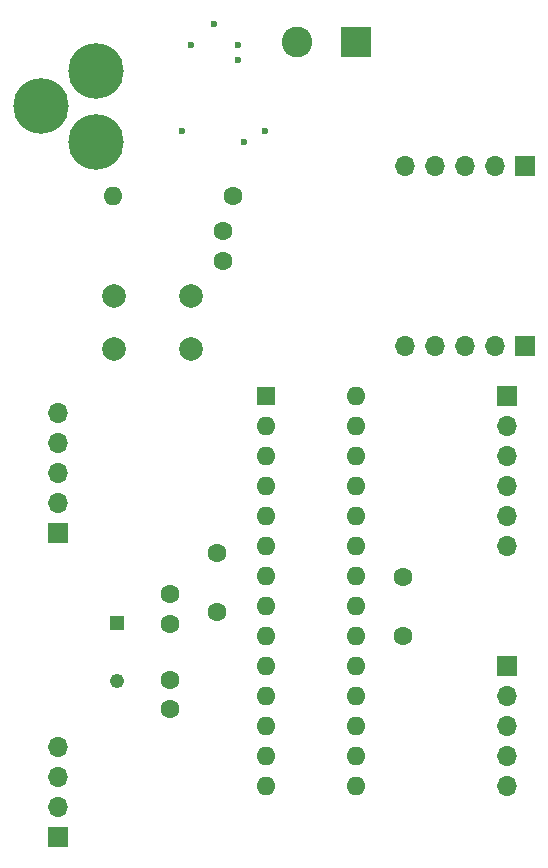
<source format=gbs>
G04 #@! TF.GenerationSoftware,KiCad,Pcbnew,8.0.4*
G04 #@! TF.CreationDate,2024-11-21T22:47:59-05:00*
G04 #@! TF.ProjectId,MCU_ATMEGA328p_minimum,4d43555f-4154-44d4-9547-41333238705f,rev?*
G04 #@! TF.SameCoordinates,Original*
G04 #@! TF.FileFunction,Soldermask,Bot*
G04 #@! TF.FilePolarity,Negative*
%FSLAX46Y46*%
G04 Gerber Fmt 4.6, Leading zero omitted, Abs format (unit mm)*
G04 Created by KiCad (PCBNEW 8.0.4) date 2024-11-21 22:47:59*
%MOMM*%
%LPD*%
G01*
G04 APERTURE LIST*
%ADD10R,1.700000X1.700000*%
%ADD11O,1.700000X1.700000*%
%ADD12C,4.704000*%
%ADD13C,1.600000*%
%ADD14R,2.600000X2.600000*%
%ADD15C,2.600000*%
%ADD16R,1.600000X1.600000*%
%ADD17O,1.600000X1.600000*%
%ADD18C,2.000000*%
%ADD19R,1.219200X1.219200*%
%ADD20C,1.219200*%
%ADD21C,0.600000*%
G04 APERTURE END LIST*
D10*
X120825000Y-53000000D03*
D11*
X118285000Y-53000000D03*
X115745000Y-53000000D03*
X113205000Y-53000000D03*
X110665000Y-53000000D03*
D12*
X84500000Y-50950000D03*
X84500000Y-44950000D03*
X79800000Y-47950000D03*
D10*
X120825000Y-68250000D03*
D11*
X118285000Y-68250000D03*
X115745000Y-68250000D03*
X113205000Y-68250000D03*
X110665000Y-68250000D03*
D13*
X90750000Y-96500000D03*
X90750000Y-99000000D03*
D10*
X119250000Y-72460000D03*
D11*
X119250000Y-75000000D03*
X119250000Y-77540000D03*
X119250000Y-80080000D03*
X119250000Y-82620000D03*
X119250000Y-85160000D03*
D14*
X106500000Y-42500000D03*
D15*
X101500000Y-42500000D03*
D16*
X98880000Y-72480000D03*
D17*
X98880000Y-75020000D03*
X98880000Y-77560000D03*
X98880000Y-80100000D03*
X98880000Y-82640000D03*
X98880000Y-85180000D03*
X98880000Y-87720000D03*
X98880000Y-90260000D03*
X98880000Y-92800000D03*
X98880000Y-95340000D03*
X98880000Y-97880000D03*
X98880000Y-100420000D03*
X98880000Y-102960000D03*
X98880000Y-105500000D03*
X106500000Y-105500000D03*
X106500000Y-102960000D03*
X106500000Y-100420000D03*
X106500000Y-97880000D03*
X106500000Y-95340000D03*
X106500000Y-92800000D03*
X106500000Y-90260000D03*
X106500000Y-87720000D03*
X106500000Y-85180000D03*
X106500000Y-82640000D03*
X106500000Y-80100000D03*
X106500000Y-77560000D03*
X106500000Y-75020000D03*
X106500000Y-72480000D03*
D10*
X81250000Y-109830000D03*
D11*
X81250000Y-107290000D03*
X81250000Y-104750000D03*
X81250000Y-102210000D03*
D13*
X94750000Y-85750000D03*
X94750000Y-90750000D03*
X90750000Y-91750000D03*
X90750000Y-89250000D03*
D18*
X86000000Y-64000000D03*
X92500000Y-64000000D03*
X86000000Y-68500000D03*
X92500000Y-68500000D03*
D13*
X110500000Y-92750000D03*
X110500000Y-87750000D03*
X96080000Y-55500000D03*
D17*
X85920000Y-55500000D03*
D10*
X119250000Y-95340000D03*
D11*
X119250000Y-97880000D03*
X119250000Y-100420000D03*
X119250000Y-102960000D03*
X119250000Y-105500000D03*
D19*
X86250000Y-91696600D03*
D20*
X86250000Y-96573400D03*
D10*
X81250000Y-84080000D03*
D11*
X81250000Y-81540000D03*
X81250000Y-79000000D03*
X81250000Y-76460000D03*
X81250000Y-73920000D03*
D13*
X95250000Y-61000000D03*
X95250000Y-58500000D03*
D21*
X97000000Y-51000000D03*
X94500000Y-41000000D03*
X96500000Y-44000000D03*
X91750000Y-50000000D03*
X92500000Y-42750000D03*
X96500000Y-42750000D03*
X98750000Y-50000000D03*
M02*

</source>
